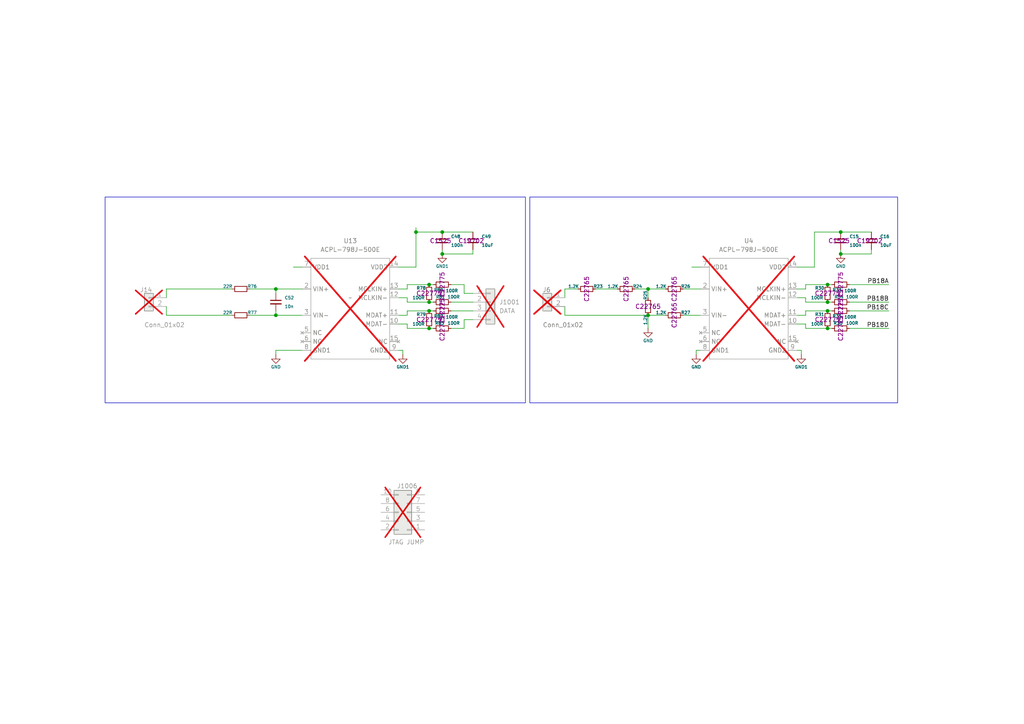
<source format=kicad_sch>
(kicad_sch (version 20250114) (generator "eeschema") (generator_version "9.0")
  (paper "A4")
  (lib_symbols
    (symbol "Connector_Generic:Conn_01x02" (pin_names (offset 1.016) (hide yes))
      (property "Reference" "J" (at 0 2.54 0))
      (property "Value" "Conn_01x02" (at 0 -5.08 0))
      (symbol "Conn_01x02_1_1"
        (rectangle (start -1.27 1.27) (end 1.27 -3.81) (stroke (width 0.254)) (fill (type background)))
        (rectangle (start -1.27 0.127) (end 0 -0.127) (stroke (width 0.1524)))
        (rectangle (start -1.27 -2.413) (end 0 -2.667) (stroke (width 0.1524)))
        (pin passive line (at -5.08 0 0) (length 3.81) (name "Pin_1") (number "1"))
        (pin passive line (at -5.08 -2.54 0) (length 3.81) (name "Pin_2") (number "2"))
      )
    )
    (symbol "Connector_Generic:Conn_01x04" (pin_names (offset 1.016) (hide yes))
      (property "Reference" "J" (at 0 5.08 0))
      (property "Value" "Conn_01x04" (at 0 -7.62 0))
      (symbol "Conn_01x04_1_1"
        (rectangle (start -1.27 3.81) (end 1.27 -6.35) (stroke (width 0.254)) (fill (type background)))
        (rectangle (start -1.27 2.667) (end 0 2.413) (stroke (width 0.1524)))
        (rectangle (start -1.27 0.127) (end 0 -0.127) (stroke (width 0.1524)))
        (rectangle (start -1.27 -2.413) (end 0 -2.667) (stroke (width 0.1524)))
        (rectangle (start -1.27 -4.953) (end 0 -5.207) (stroke (width 0.1524)))
        (pin passive line (at -5.08 2.54 0) (length 3.81) (name "Pin_1") (number "1"))
        (pin passive line (at -5.08 0 0) (length 3.81) (name "Pin_2") (number "2"))
        (pin passive line (at -5.08 -2.54 0) (length 3.81) (name "Pin_3") (number "3"))
        (pin passive line (at -5.08 -5.08 0) (length 3.81) (name "Pin_4") (number "4"))
      )
    )
    (symbol "Connector_Generic:Conn_02x05_Odd_Even" (pin_names (offset 1.016) (hide yes))
      (property "Reference" "J" (at 1.27 7.62 0))
      (property "Value" "Conn_02x05_Odd_Even" (at 1.27 -7.62 0))
      (symbol "Conn_02x05_Odd_Even_1_1"
        (rectangle (start -1.27 6.35) (end 3.81 -6.35) (stroke (width 0.254)) (fill (type background)))
        (rectangle (start -1.27 5.207) (end 0 4.953) (stroke (width 0.1524)))
        (rectangle (start -1.27 2.667) (end 0 2.413) (stroke (width 0.1524)))
        (rectangle (start -1.27 0.127) (end 0 -0.127) (stroke (width 0.1524)))
        (rectangle (start -1.27 -2.413) (end 0 -2.667) (stroke (width 0.1524)))
        (rectangle (start -1.27 -4.953) (end 0 -5.207) (stroke (width 0.1524)))
        (rectangle (start 3.81 5.207) (end 2.54 4.953) (stroke (width 0.1524)))
        (rectangle (start 3.81 2.667) (end 2.54 2.413) (stroke (width 0.1524)))
        (rectangle (start 3.81 0.127) (end 2.54 -0.127) (stroke (width 0.1524)))
        (rectangle (start 3.81 -2.413) (end 2.54 -2.667) (stroke (width 0.1524)))
        (rectangle (start 3.81 -4.953) (end 2.54 -5.207) (stroke (width 0.1524)))
        (pin passive line (at -5.08 5.08 0) (length 3.81) (name "Pin_1") (number "1"))
        (pin passive line (at -5.08 2.54 0) (length 3.81) (name "Pin_3") (number "3"))
        (pin passive line (at -5.08 0 0) (length 3.81) (name "Pin_5") (number "5"))
        (pin passive line (at -5.08 -2.54 0) (length 3.81) (name "Pin_7") (number "7"))
        (pin passive line (at -5.08 -5.08 0) (length 3.81) (name "Pin_9") (number "9"))
        (pin passive line (at 7.62 5.08 180) (length 3.81) (name "Pin_2") (number "2"))
        (pin passive line (at 7.62 2.54 180) (length 3.81) (name "Pin_4") (number "4"))
        (pin passive line (at 7.62 0 180) (length 3.81) (name "Pin_6") (number "6"))
        (pin passive line (at 7.62 -2.54 180) (length 3.81) (name "Pin_8") (number "8"))
        (pin passive line (at 7.62 -5.08 180) (length 3.81) (name "Pin_10") (number "10"))
      )
    )
    (symbol "Device:C_Small" (pin_numbers (hide yes)) (pin_names (offset 0.254) (hide yes))
      (property "Reference" "C" (at 0.254 1.778 0))
      (property "Value" "C_Small" (at 0.254 -2.032 0))
      (symbol "C_Small_0_1"
        (polyline (pts (xy -1.524 0.508) (xy 1.524 0.508)) (stroke (width 0.3048)))
        (polyline (pts (xy -1.524 -0.508) (xy 1.524 -0.508)) (stroke (width 0.3302)))
      )
      (symbol "C_Small_1_1"
        (pin passive line (at 0 2.54 270) (length 2.032) (name "~") (number "1"))
        (pin passive line (at 0 -2.54 90) (length 2.032) (name "~") (number "2"))
      )
    )
    (symbol "Device:R_Small" (pin_numbers (hide yes)) (pin_names (offset 0.254) (hide yes))
      (property "Reference" "R" (at 0.762 0.508 0))
      (property "Value" "R_Small" (at 0.762 -1.016 0))
      (symbol "R_Small_0_1"
        (rectangle (start -0.762 1.778) (end 0.762 -1.778) (stroke (width 0.2032)))
      )
      (symbol "R_Small_1_1"
        (pin passive line (at 0 2.54 270) (length 0.762) (name "~") (number "1"))
        (pin passive line (at 0 -2.54 90) (length 0.762) (name "~") (number "2"))
      )
    )
    (symbol "KiCadLocal:ACPL-798J-500E"
      (property "Reference" "U4" (at 0 15.24 0))
      (property "Value" "ACPL-798J-500E" (at 0 12.7 0))
      (symbol "ACPL-798J-500E_1_0"
        (rectangle (start -11.43 11.43) (end 11.43 -17.78))
        (pin power_in line (at -13.97 8.89 0) (length 2.54) (hide yes) (name "VDD1") (number "1"))
        (pin power_in line (at -13.97 8.89 0) (length 2.54) (name "VDD1") (number "7"))
        (pin bidirectional line (at -13.97 2.54 0) (length 2.54) (name "VIN+") (number "2"))
        (pin bidirectional line (at -13.97 -5.08 0) (length 2.54) (name "VIN-") (number "3"))
        (pin no_connect line (at -13.97 -10.16 0) (length 2.54) (name "NC") (number "5"))
        (pin no_connect line (at -13.97 -12.7 0) (length 2.54) (name "NC") (number "6"))
        (pin power_in line (at -13.97 -15.24 0) (length 2.54) (hide yes) (name "GND1") (number "4"))
        (pin power_in line (at -13.97 -15.24 0) (length 2.54) (name "GND1") (number "8"))
        (pin power_in line (at 13.97 8.89 180) (length 2.54) (name "VDD2") (number "14"))
        (pin bidirectional line (at 13.97 2.54 180) (length 2.54) (name "MCLKIN+") (number "13"))
        (pin bidirectional line (at 13.97 0 180) (length 2.54) (name "MCLKIN−") (number "12"))
        (pin bidirectional line (at 13.97 -5.08 180) (length 2.54) (name "MDAT+") (number "11"))
        (pin bidirectional line (at 13.97 -7.62 180) (length 2.54) (name "MDAT-") (number "10"))
        (pin no_connect line (at 13.97 -12.7 180) (length 2.54) (name "NC") (number "15"))
        (pin power_in line (at 13.97 -15.24 180) (length 2.54) (hide yes) (name "GND2") (number "16"))
        (pin power_in line (at 13.97 -15.24 180) (length 2.54) (name "GND2") (number "9"))
      )
    )
    (symbol "power:GND" (power) (pin_numbers (hide yes)) (pin_names (offset 0) (hide yes))
      (property "Value" "GND" (at 0 -3.81 0))
      (symbol "GND_0_1"
        (polyline (pts (xy 0 0) (xy 0 -1.27) (xy 1.27 -1.27) (xy 0 -2.54) (xy -1.27 -1.27) (xy 0 -1.27)))
      )
      (symbol "GND_1_1"
        (pin power_in line (at 0 0 270) (length 0) (name "~") (number "1"))
      )
    )
  )
  (rectangle (start 30.48 57.15) (end 152.4 116.84))
  (rectangle (start 153.67 57.15) (end 260.35 116.84))
  (junction (at 80.01 83.82))
  (junction (at 240.03 87.63))
  (junction (at 124.46 95.25))
  (junction (at 120.65 67.31))
  (junction (at 243.84 67.31))
  (junction (at 128.27 67.31))
  (junction (at 128.27 73.66))
  (junction (at 187.96 91.44))
  (junction (at 240.03 90.17))
  (junction (at 124.46 82.55))
  (junction (at 124.46 87.63))
  (junction (at 124.46 90.17))
  (junction (at 240.03 82.55))
  (junction (at 240.03 95.25))
  (junction (at 243.84 73.66))
  (junction (at 187.96 83.82))
  (junction (at 80.01 91.44))
  (wire (pts (xy 163.83 91.44) (xy 187.96 91.44)))
  (wire (pts (xy 163.83 83.82) (xy 163.83 86.36)))
  (wire (pts (xy 87.63 77.47) (xy 85.09 77.47)))
  (wire (pts (xy 184.15 83.82) (xy 187.96 83.82)))
  (wire (pts (xy 233.68 95.25) (xy 240.03 95.25)))
  (wire (pts (xy 124.46 90.17) (xy 118.11 90.17)))
  (wire (pts (xy 233.68 82.55) (xy 240.03 82.55)))
  (wire (pts (xy 187.96 86.36) (xy 187.96 83.82)))
  (wire (pts (xy 48.26 91.44) (xy 67.31 91.44)))
  (wire (pts (xy 118.11 87.63) (xy 124.46 87.63)))
  (wire (pts (xy 48.26 88.9) (xy 48.26 91.44)))
  (wire (pts (xy 203.2 77.47) (xy 200.66 77.47)))
  (wire (pts (xy 137.16 72.39) (xy 137.16 73.66)))
  (wire (pts (xy 80.01 90.17) (xy 80.01 91.44)))
  (wire (pts (xy 124.46 82.55) (xy 125.73 82.55)))
  (wire (pts (xy 231.14 83.82) (xy 233.68 83.82)))
  (wire (pts (xy 233.68 83.82) (xy 233.68 82.55)))
  (wire (pts (xy 233.68 93.98) (xy 233.68 95.25)))
  (wire (pts (xy 240.03 90.17) (xy 233.68 90.17)))
  (wire (pts (xy 243.84 73.66) (xy 243.84 72.39)))
  (wire (pts (xy 246.38 82.55) (xy 257.81 82.55)))
  (wire (pts (xy 124.46 90.17) (xy 125.73 90.17)))
  (wire (pts (xy 187.96 91.44) (xy 193.04 91.44)))
  (wire (pts (xy 246.38 95.25) (xy 257.81 95.25)))
  (wire (pts (xy 80.01 102.87) (xy 80.01 101.6)))
  (wire (pts (xy 233.68 90.17) (xy 233.68 91.44)))
  (wire (pts (xy 128.27 67.31) (xy 137.16 67.31)))
  (wire (pts (xy 240.03 90.17) (xy 241.3 90.17)))
  (wire (pts (xy 231.14 86.36) (xy 233.68 86.36)))
  (wire (pts (xy 115.57 101.6) (xy 116.84 101.6)))
  (wire (pts (xy 187.96 83.82) (xy 193.04 83.82)))
  (wire (pts (xy 118.11 83.82) (xy 118.11 82.55)))
  (wire (pts (xy 120.65 67.31) (xy 128.27 67.31)))
  (wire (pts (xy 187.96 91.44) (xy 187.96 95.25)))
  (wire (pts (xy 124.46 87.63) (xy 125.73 87.63)))
  (wire (pts (xy 118.11 93.98) (xy 118.11 95.25)))
  (wire (pts (xy 120.65 66.04) (xy 120.65 67.31)))
  (wire (pts (xy 124.46 95.25) (xy 125.73 95.25)))
  (wire (pts (xy 172.72 83.82) (xy 179.07 83.82)))
  (wire (pts (xy 115.57 93.98) (xy 118.11 93.98)))
  (wire (pts (xy 163.83 88.9) (xy 163.83 91.44)))
  (wire (pts (xy 231.14 91.44) (xy 233.68 91.44)))
  (wire (pts (xy 118.11 86.36) (xy 118.11 87.63)))
  (wire (pts (xy 236.22 77.47) (xy 231.14 77.47)))
  (wire (pts (xy 80.01 83.82) (xy 87.63 83.82)))
  (wire (pts (xy 201.93 101.6) (xy 203.2 101.6)))
  (wire (pts (xy 198.12 83.82) (xy 203.2 83.82)))
  (wire (pts (xy 48.26 83.82) (xy 48.26 86.36)))
  (wire (pts (xy 243.84 73.66) (xy 252.73 73.66)))
  (wire (pts (xy 232.41 102.87) (xy 232.41 101.6)))
  (wire (pts (xy 130.81 90.17) (xy 137.16 90.17)))
  (wire (pts (xy 246.38 90.17) (xy 257.81 90.17)))
  (wire (pts (xy 130.81 82.55) (xy 134.62 82.55)))
  (wire (pts (xy 240.03 87.63) (xy 241.3 87.63)))
  (wire (pts (xy 198.12 91.44) (xy 203.2 91.44)))
  (wire (pts (xy 116.84 102.87) (xy 116.84 101.6)))
  (wire (pts (xy 130.81 87.63) (xy 137.16 87.63)))
  (wire (pts (xy 115.57 86.36) (xy 118.11 86.36)))
  (wire (pts (xy 236.22 67.31) (xy 236.22 77.47)))
  (wire (pts (xy 246.38 87.63) (xy 257.81 87.63)))
  (wire (pts (xy 252.73 72.39) (xy 252.73 73.66)))
  (wire (pts (xy 201.93 102.87) (xy 201.93 101.6)))
  (wire (pts (xy 233.68 86.36) (xy 233.68 87.63)))
  (wire (pts (xy 231.14 93.98) (xy 233.68 93.98)))
  (wire (pts (xy 72.39 83.82) (xy 80.01 83.82)))
  (wire (pts (xy 134.62 82.55) (xy 134.62 85.09)))
  (wire (pts (xy 167.64 83.82) (xy 163.83 83.82)))
  (wire (pts (xy 118.11 82.55) (xy 124.46 82.55)))
  (wire (pts (xy 233.68 87.63) (xy 240.03 87.63)))
  (wire (pts (xy 80.01 83.82) (xy 80.01 85.09)))
  (wire (pts (xy 231.14 101.6) (xy 232.41 101.6)))
  (wire (pts (xy 134.62 92.71) (xy 134.62 95.25)))
  (wire (pts (xy 128.27 73.66) (xy 137.16 73.66)))
  (wire (pts (xy 118.11 90.17) (xy 118.11 91.44)))
  (wire (pts (xy 236.22 67.31) (xy 243.84 67.31)))
  (wire (pts (xy 128.27 73.66) (xy 128.27 72.39)))
  (wire (pts (xy 118.11 95.25) (xy 124.46 95.25)))
  (wire (pts (xy 72.39 91.44) (xy 80.01 91.44)))
  (wire (pts (xy 120.65 77.47) (xy 115.57 77.47)))
  (wire (pts (xy 80.01 91.44) (xy 87.63 91.44)))
  (wire (pts (xy 48.26 83.82) (xy 67.31 83.82)))
  (wire (pts (xy 243.84 67.31) (xy 252.73 67.31)))
  (wire (pts (xy 120.65 67.31) (xy 120.65 77.47)))
  (wire (pts (xy 134.62 85.09) (xy 137.16 85.09)))
  (wire (pts (xy 240.03 95.25) (xy 241.3 95.25)))
  (wire (pts (xy 115.57 91.44) (xy 118.11 91.44)))
  (wire (pts (xy 240.03 82.55) (xy 241.3 82.55)))
  (wire (pts (xy 80.01 101.6) (xy 87.63 101.6)))
  (wire (pts (xy 115.57 83.82) (xy 118.11 83.82)))
  (wire (pts (xy 137.16 92.71) (xy 134.62 92.71)))
  (wire (pts (xy 130.81 95.25) (xy 134.62 95.25)))
  (label "PB18B" (at 257.81 87.63 180))
  (label "PB18A" (at 257.81 82.55 180))
  (label "PB18C" (at 257.81 90.17 180))
  (label "PB18D" (at 257.81 95.25 180))
  (symbol (lib_id "Connector_Generic:Conn_01x04") (at 142.24 87.63 0) (unit 1) (in_bom no) (dnp yes)
    (property "Reference" "J1001" (at 144.78 87.6299 0) (effects (justify left)))
    (property "Value" "DATA" (at 144.78 90.1699 0) (effects (justify left)))
    (property "Footprint" "Connector_PinSocket_2.54mm:PinSocket_1x04_P2.54mm_Vertical" (effects (hide yes)))
    (property "Description" "Generic connector, single row, 01x04, script generated (kicad-library-utils/schlib/autogen/connector/)" (effects (hide yes)))
  )
  (symbol (lib_id "Device:R_Small") (at 243.84 90.17 270) (unit 1)
    (property "Reference" "R35" (at 242.824 91.694 90) (effects (font (size 0.889 0.889))))
    (property "Value" "100R" (at 246.634 91.948 90) (effects (font (size 0.889 0.889))))
    (property "Footprint" "Resistor_SMD:R_1206_3216Metric" (effects (hide yes)))
    (property "Description" "Resistor, small symbol" (effects (hide yes)))
    (property "LCSC" "C22775" (at 243.84 90.17 0))
  )
  (symbol (lib_id "KiCadLocal:ACPL-798J-500E") (at 217.17 86.36 0) (unit 1) (in_bom no) (dnp yes)
    (property "Reference" "U4" (at 217.17 69.85 0))
    (property "Value" "ACPL-798J-500E" (at 217.17 72.39 0))
    (property "Footprint" "EasyEDA_Lib:SO-16_L10.3-W7.5-P1.27-LS10.6-BL" (effects (hide yes)))
    (property "Datasheet" "https://atta.szlcsc.com/upload/public/pdf/source/20201124/C961428_46051F5A3F5959DA45B1DB29C7165469.pdf" (effects (hide yes)))
    (property "Description" "Type:- Protocol:- Data Rate:-" (effects (hide yes)))
    (property "Manufacturer" "Broadcom/AVAGO(安华高)" (effects (hide yes)))
  )
  (symbol (lib_id "Device:R_Small") (at 69.85 91.44 90) (unit 1)
    (property "Reference" "R77" (at 73.152 90.678 90) (effects (font (size 0.889 0.889))))
    (property "Value" "22R" (at 66.04 90.678 90) (effects (font (size 0.889 0.889))))
    (property "Footprint" "Resistor_SMD:R_1206_3216Metric" (effects (hide yes)))
    (property "Description" "Resistor, small symbol" (effects (hide yes)))
    (property "LCSC" "C22765" (effects (hide yes)))
  )
  (symbol (lib_id "KiCadLocal:ACPL-798J-500E") (at 101.6 86.36 0) (unit 1) (in_bom no) (dnp yes)
    (property "Reference" "U13" (at 101.6 69.85 0))
    (property "Value" "ACPL-798J-500E" (at 101.6 72.39 0))
    (property "Footprint" "EasyEDA_Lib:SO-16_L10.3-W7.5-P1.27-LS10.6-BL" (effects (hide yes)))
    (property "Datasheet" "https://atta.szlcsc.com/upload/public/pdf/source/20201124/C961428_46051F5A3F5959DA45B1DB29C7165469.pdf" (effects (hide yes)))
    (property "Description" "Type:- Protocol:- Data Rate:-" (effects (hide yes)))
    (property "Manufacturer" "Broadcom/AVAGO(安华高)" (effects (hide yes)))
    (property "LCSC" "~" (at 101.6 86.36 0))
  )
  (symbol (lib_id "Device:R_Small") (at 240.03 85.09 180) (unit 1)
    (property "Reference" "R30" (at 237.744 83.566 0) (effects (font (size 0.889 0.889))))
    (property "Value" "100R" (at 236.982 86.36 0) (effects (font (size 0.889 0.889))))
    (property "Footprint" "Resistor_SMD:R_1206_3216Metric" (effects (hide yes)))
    (property "Description" "Resistor, small symbol" (effects (hide yes)))
    (property "LCSC" "C22775" (at 240.03 85.09 0))
  )
  (symbol (lib_id "power:GND") (at 201.93 102.87 0) (unit 1)
    (property "Reference" "#PWR048" (effects (hide yes)))
    (property "Value" "GND" (at 201.93 106.426 0) (effects (font (size 0.889 0.889))))
    (property "Description" "Power symbol creates a global label with name \"GND\" , ground" (effects (hide yes)))
  )
  (symbol (lib_id "power:GND") (at 80.01 102.87 0) (unit 1)
    (property "Reference" "#PWR0158" (effects (hide yes)))
    (property "Value" "GND" (at 80.01 106.426 0) (effects (font (size 0.889 0.889))))
    (property "Description" "Power symbol creates a global label with name \"GND\" , ground" (effects (hide yes)))
  )
  (symbol (lib_id "Device:R_Small") (at 243.84 87.63 270) (unit 1)
    (property "Reference" "R34" (at 243.332 86.106 90) (effects (font (size 0.889 0.889))))
    (property "Value" "100R" (at 247.142 86.106 90) (effects (font (size 0.889 0.889))))
    (property "Footprint" "Resistor_SMD:R_1206_3216Metric" (effects (hide yes)))
    (property "Description" "Resistor, small symbol" (effects (hide yes)))
    (property "LCSC" "C22775" (at 243.84 87.63 0))
  )
  (symbol (lib_id "Device:R_Small") (at 243.84 95.25 270) (unit 1)
    (property "Reference" "R36" (at 243.078 93.726 90) (effects (font (size 0.889 0.889))))
    (property "Value" "100R" (at 247.142 93.726 90) (effects (font (size 0.889 0.889))))
    (property "Footprint" "Resistor_SMD:R_1206_3216Metric" (effects (hide yes)))
    (property "Description" "Resistor, small symbol" (effects (hide yes)))
    (property "LCSC" "C22775" (at 243.84 95.25 0))
  )
  (symbol (lib_id "Device:R_Small") (at 69.85 83.82 90) (unit 1)
    (property "Reference" "R76" (at 73.152 83.058 90) (effects (font (size 0.889 0.889))))
    (property "Value" "22R" (at 66.04 83.058 90) (effects (font (size 0.889 0.889))))
    (property "Footprint" "Resistor_SMD:R_1206_3216Metric" (effects (hide yes)))
    (property "Description" "Resistor, small symbol" (effects (hide yes)))
    (property "LCSC" "C22765" (effects (hide yes)))
  )
  (symbol (lib_id "Device:R_Small") (at 128.27 95.25 270) (unit 1)
    (property "Reference" "R83" (at 127.508 93.726 90) (effects (font (size 0.889 0.889))))
    (property "Value" "100R" (at 131.572 93.726 90) (effects (font (size 0.889 0.889))))
    (property "Footprint" "Resistor_SMD:R_1206_3216Metric" (effects (hide yes)))
    (property "Description" "Resistor, small symbol" (effects (hide yes)))
    (property "LCSC" "C22775" (at 128.27 95.25 0))
  )
  (symbol (lib_id "Device:C_Small") (at 243.84 69.85 0) (unit 1)
    (property "Reference" "C15" (at 246.38 68.5862 0) (effects (font (size 0.889 0.889)) (justify left)))
    (property "Value" "100n" (at 246.38 71.1262 0) (effects (font (size 0.889 0.889)) (justify left)))
    (property "Footprint" "Capacitor_SMD:C_0603_1608Metric" (effects (hide yes)))
    (property "Description" "Unpolarized capacitor, small symbol" (effects (hide yes)))
    (property "LCSC" "C1525 " (at 243.84 69.85 0))
  )
  (symbol (lib_id "Device:C_Small") (at 128.27 69.85 0) (unit 1)
    (property "Reference" "C48" (at 130.81 68.5862 0) (effects (font (size 0.889 0.889)) (justify left)))
    (property "Value" "100n" (at 130.81 71.1262 0) (effects (font (size 0.889 0.889)) (justify left)))
    (property "Footprint" "Capacitor_SMD:C_0603_1608Metric" (effects (hide yes)))
    (property "Description" "Unpolarized capacitor, small symbol" (effects (hide yes)))
    (property "LCSC" "C1525 " (at 128.27 69.85 0))
  )
  (symbol (lib_id "Device:R_Small") (at 187.96 88.9 180) (unit 1)
    (property "Reference" "R25" (at 187.198 85.598 90) (effects (font (size 0.889 0.889))))
    (property "Value" "1.2K" (at 187.198 92.71 90) (effects (font (size 0.889 0.889))))
    (property "Footprint" "Resistor_SMD:R_1206_3216Metric" (effects (hide yes)))
    (property "Description" "Resistor, small symbol" (effects (hide yes)))
    (property "LCSC" "C22765" (at 187.96 88.9 0))
  )
  (symbol (lib_id "Device:R_Small") (at 128.27 82.55 270) (unit 1)
    (property "Reference" "R80" (at 127.254 84.074 90) (effects (font (size 0.889 0.889))))
    (property "Value" "100R" (at 131.064 84.328 90) (effects (font (size 0.889 0.889))))
    (property "Footprint" "Resistor_SMD:R_1206_3216Metric" (effects (hide yes)))
    (property "Description" "Resistor, small symbol" (effects (hide yes)))
    (property "LCSC" "C22775" (at 128.27 82.55 0))
  )
  (symbol (lib_id "Device:R_Small") (at 124.46 85.09 180) (unit 1)
    (property "Reference" "R78" (at 122.174 83.566 0) (effects (font (size 0.889 0.889))))
    (property "Value" "100R" (at 121.412 86.36 0) (effects (font (size 0.889 0.889))))
    (property "Footprint" "Resistor_SMD:R_1206_3216Metric" (effects (hide yes)))
    (property "Description" "Resistor, small symbol" (effects (hide yes)))
    (property "LCSC" "C22775" (at 124.46 85.09 0))
  )
  (symbol (lib_id "Device:C_Small") (at 137.16 69.85 0) (unit 1)
    (property "Reference" "C49" (at 139.7 68.5862 0) (effects (font (size 0.889 0.889)) (justify left)))
    (property "Value" "10uF" (at 139.7 71.1262 0) (effects (font (size 0.889 0.889)) (justify left)))
    (property "Footprint" "Capacitor_SMD:C_0603_1608Metric" (effects (hide yes)))
    (property "Description" "Unpolarized capacitor, small symbol" (effects (hide yes)))
    (property "LCSC" "C19702 " (at 137.16 69.85 0))
  )
  (symbol (lib_id "Device:R_Small") (at 243.84 82.55 270) (unit 1)
    (property "Reference" "R33" (at 242.824 84.074 90) (effects (font (size 0.889 0.889))))
    (property "Value" "100R" (at 246.634 84.328 90) (effects (font (size 0.889 0.889))))
    (property "Footprint" "Resistor_SMD:R_1206_3216Metric" (effects (hide yes)))
    (property "Description" "Resistor, small symbol" (effects (hide yes)))
    (property "LCSC" "C22775" (at 243.84 82.55 0))
  )
  (symbol (lib_id "Device:R_Small") (at 128.27 87.63 270) (unit 1)
    (property "Reference" "R81" (at 127.762 86.106 90) (effects (font (size 0.889 0.889))))
    (property "Value" "100R" (at 131.572 86.106 90) (effects (font (size 0.889 0.889))))
    (property "Footprint" "Resistor_SMD:R_1206_3216Metric" (effects (hide yes)))
    (property "Description" "Resistor, small symbol" (effects (hide yes)))
    (property "LCSC" "C22775" (at 128.27 87.63 0))
  )
  (symbol (lib_id "Connector_Generic:Conn_02x05_Odd_Even") (at 118.11 148.59 180) (unit 1) (in_bom no) (dnp yes)
    (property "Reference" "J1006" (at 118.11 140.97 0))
    (property "Value" "JTAG JUMP" (at 117.856 157.226 0))
    (property "Footprint" "Connector_PinSocket_2.54mm:PinSocket_2x05_P2.54mm_Vertical" (effects (hide yes)))
    (property "Description" "Generic connector, double row, 02x05, odd/even pin numbering scheme (row 1 odd numbers, row 2 even numbers), script generated (kicad-library-utils/schlib/autogen/connector/)" (effects (hide yes)))
  )
  (symbol (lib_id "Device:C_Small") (at 80.01 87.63 0) (unit 1)
    (property "Reference" "C52" (at 82.55 86.3663 0) (effects (font (size 0.889 0.889)) (justify left)))
    (property "Value" "10n" (at 82.55 88.9063 0) (effects (font (size 0.889 0.889)) (justify left)))
    (property "Footprint" "Capacitor_SMD:C_0603_1608Metric" (effects (hide yes)))
    (property "Description" "Unpolarized capacitor, small symbol" (effects (hide yes)))
    (property "LCSC" "C1525 " (effects (hide yes)))
  )
  (symbol (lib_id "Connector_Generic:Conn_01x02") (at 43.18 86.36 0) (mirror y) (unit 1) (in_bom no) (dnp yes)
    (property "Reference" "J14" (at 44.196 84.074 0) (effects (justify left)))
    (property "Value" "Conn_01x02" (at 53.594 94.234 0) (effects (justify left)))
    (property "Footprint" "TerminalBlock_Phoenix:TerminalBlock_Phoenix_PT-1,5-2-3.5-H_1x02_P3.50mm_Horizontal" (effects (hide yes)))
    (property "Description" "Generic connector, single row, 01x02, script generated (kicad-library-utils/schlib/autogen/connector/)" (effects (hide yes)))
  )
  (symbol (lib_id "Connector_Generic:Conn_01x02") (at 158.75 86.36 0) (mirror y) (unit 1) (in_bom no) (dnp yes)
    (property "Reference" "J6" (at 159.766 84.074 0) (effects (justify left)))
    (property "Value" "Conn_01x02" (at 169.164 94.234 0) (effects (justify left)))
    (property "Footprint" "TerminalBlock_Phoenix:TerminalBlock_Phoenix_PT-1,5-2-3.5-H_1x02_P3.50mm_Horizontal" (effects (hide yes)))
    (property "Description" "Generic connector, single row, 01x02, script generated (kicad-library-utils/schlib/autogen/connector/)" (effects (hide yes)))
  )
  (symbol (lib_id "power:GND") (at 128.27 73.66 0) (unit 1)
    (property "Reference" "#PWR0161" (effects (hide yes)))
    (property "Value" "GND1" (at 128.27 77.216 0) (effects (font (size 0.889 0.889))))
    (property "Description" "Power symbol creates a global label with name \"GND\" , ground" (effects (hide yes)))
  )
  (symbol (lib_id "Device:R_Small") (at 124.46 92.71 180) (unit 1)
    (property "Reference" "R79" (at 122.174 91.186 0) (effects (font (size 0.889 0.889))))
    (property "Value" "100R" (at 121.412 93.98 0) (effects (font (size 0.889 0.889))))
    (property "Footprint" "Resistor_SMD:R_1206_3216Metric" (effects (hide yes)))
    (property "Description" "Resistor, small symbol" (effects (hide yes)))
    (property "LCSC" "C22775" (at 124.46 92.71 0))
  )
  (symbol (lib_id "power:GND") (at 243.84 73.66 0) (unit 1)
    (property "Reference" "#PWR056" (effects (hide yes)))
    (property "Value" "GND" (at 243.84 77.216 0) (effects (font (size 0.889 0.889))))
    (property "Description" "Power symbol creates a global label with name \"GND\" , ground" (effects (hide yes)))
  )
  (symbol (lib_id "Device:R_Small") (at 240.03 92.71 180) (unit 1)
    (property "Reference" "R31" (at 237.744 91.186 0) (effects (font (size 0.889 0.889))))
    (property "Value" "100R" (at 236.982 93.98 0) (effects (font (size 0.889 0.889))))
    (property "Footprint" "Resistor_SMD:R_1206_3216Metric" (effects (hide yes)))
    (property "Description" "Resistor, small symbol" (effects (hide yes)))
    (property "LCSC" "C22775" (at 240.03 92.71 0))
  )
  (symbol (lib_id "Device:R_Small") (at 195.58 83.82 90) (unit 1)
    (property "Reference" "R26" (at 198.882 83.058 90) (effects (font (size 0.889 0.889))))
    (property "Value" "1.2K" (at 191.77 83.058 90) (effects (font (size 0.889 0.889))))
    (property "Footprint" "Resistor_SMD:R_1206_3216Metric" (effects (hide yes)))
    (property "Description" "Resistor, small symbol" (effects (hide yes)))
    (property "LCSC" "C22765" (at 195.58 83.82 0))
  )
  (symbol (lib_id "Device:R_Small") (at 170.18 83.82 90) (unit 1)
    (property "Reference" "R23" (at 173.482 83.058 90) (effects (font (size 0.889 0.889))))
    (property "Value" "1.2K" (at 166.37 83.058 90) (effects (font (size 0.889 0.889))))
    (property "Footprint" "Resistor_SMD:R_1206_3216Metric" (effects (hide yes)))
    (property "Description" "Resistor, small symbol" (effects (hide yes)))
    (property "LCSC" "C22765" (at 170.18 83.82 0))
  )
  (symbol (lib_id "Device:R_Small") (at 181.61 83.82 90) (unit 1)
    (property "Reference" "R24" (at 184.912 83.058 90) (effects (font (size 0.889 0.889))))
    (property "Value" "1.2K" (at 177.8 83.058 90) (effects (font (size 0.889 0.889))))
    (property "Footprint" "Resistor_SMD:R_1206_3216Metric" (effects (hide yes)))
    (property "Description" "Resistor, small symbol" (effects (hide yes)))
    (property "LCSC" "C22765" (at 181.61 83.82 0))
  )
  (symbol (lib_id "power:GND") (at 116.84 102.87 0) (unit 1)
    (property "Reference" "#PWR0159" (effects (hide yes)))
    (property "Value" "GND1" (at 116.84 106.426 0) (effects (font (size 0.889 0.889))))
    (property "Description" "Power symbol creates a global label with name \"GND\" , ground" (effects (hide yes)))
  )
  (symbol (lib_id "Device:C_Small") (at 252.73 69.85 0) (unit 1)
    (property "Reference" "C16" (at 255.27 68.5862 0) (effects (font (size 0.889 0.889)) (justify left)))
    (property "Value" "10uF" (at 255.27 71.1262 0) (effects (font (size 0.889 0.889)) (justify left)))
    (property "Footprint" "Capacitor_SMD:C_0603_1608Metric" (effects (hide yes)))
    (property "Description" "Unpolarized capacitor, small symbol" (effects (hide yes)))
    (property "LCSC" "C19702 " (at 252.73 69.85 0))
  )
  (symbol (lib_id "power:GND") (at 187.96 95.25 0) (unit 1)
    (property "Reference" "#PWR047" (effects (hide yes)))
    (property "Value" "GND" (at 187.96 98.806 0) (effects (font (size 0.889 0.889))))
    (property "Description" "Power symbol creates a global label with name \"GND\" , ground" (effects (hide yes)))
  )
  (symbol (lib_id "power:GND") (at 232.41 102.87 0) (unit 1)
    (property "Reference" "#PWR053" (effects (hide yes)))
    (property "Value" "GND1" (at 232.41 106.426 0) (effects (font (size 0.889 0.889))))
    (property "Description" "Power symbol creates a global label with name \"GND\" , ground" (effects (hide yes)))
  )
  (symbol (lib_id "Device:R_Small") (at 128.27 90.17 270) (unit 1)
    (property "Reference" "R82" (at 127.254 91.694 90) (effects (font (size 0.889 0.889))))
    (property "Value" "100R" (at 131.064 91.948 90) (effects (font (size 0.889 0.889))))
    (property "Footprint" "Resistor_SMD:R_1206_3216Metric" (effects (hide yes)))
    (property "Description" "Resistor, small symbol" (effects (hide yes)))
    (property "LCSC" "C22775" (at 128.27 90.17 0))
  )
  (symbol (lib_id "Device:R_Small") (at 195.58 91.44 90) (unit 1)
    (property "Reference" "R27" (at 198.882 90.678 90) (effects (font (size 0.889 0.889))))
    (property "Value" "1.2K" (at 191.77 90.678 90) (effects (font (size 0.889 0.889))))
    (property "Footprint" "Resistor_SMD:R_1206_3216Metric" (effects (hide yes)))
    (property "Description" "Resistor, small symbol" (effects (hide yes)))
    (property "LCSC" "C22765" (at 195.58 91.44 0))
  )
)
</source>
